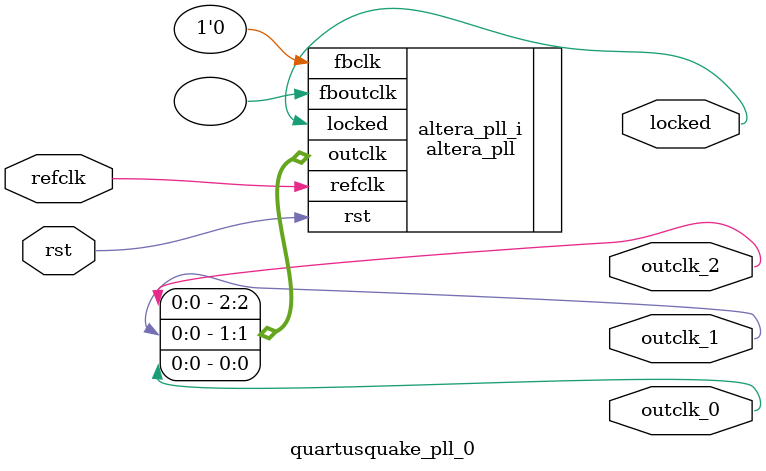
<source format=v>
`timescale 1ns/10ps
module  quartusquake_pll_0(

	// interface 'refclk'
	input wire refclk,

	// interface 'reset'
	input wire rst,

	// interface 'outclk0'
	output wire outclk_0,

	// interface 'outclk1'
	output wire outclk_1,

	// interface 'outclk2'
	output wire outclk_2,

	// interface 'locked'
	output wire locked
);

	altera_pll #(
		.fractional_vco_multiplier("false"),
		.reference_clock_frequency("50.0 MHz"),
		.operation_mode("normal"),
		.number_of_clocks(3),
		.output_clock_frequency0("50.000000 MHz"),
		.phase_shift0("0 ps"),
		.duty_cycle0(50),
		.output_clock_frequency1("100.000000 MHz"),
		.phase_shift1("0 ps"),
		.duty_cycle1(50),
		.output_clock_frequency2("100.000000 MHz"),
		.phase_shift2("-3750 ps"),
		.duty_cycle2(50),
		.output_clock_frequency3("0 MHz"),
		.phase_shift3("0 ps"),
		.duty_cycle3(50),
		.output_clock_frequency4("0 MHz"),
		.phase_shift4("0 ps"),
		.duty_cycle4(50),
		.output_clock_frequency5("0 MHz"),
		.phase_shift5("0 ps"),
		.duty_cycle5(50),
		.output_clock_frequency6("0 MHz"),
		.phase_shift6("0 ps"),
		.duty_cycle6(50),
		.output_clock_frequency7("0 MHz"),
		.phase_shift7("0 ps"),
		.duty_cycle7(50),
		.output_clock_frequency8("0 MHz"),
		.phase_shift8("0 ps"),
		.duty_cycle8(50),
		.output_clock_frequency9("0 MHz"),
		.phase_shift9("0 ps"),
		.duty_cycle9(50),
		.output_clock_frequency10("0 MHz"),
		.phase_shift10("0 ps"),
		.duty_cycle10(50),
		.output_clock_frequency11("0 MHz"),
		.phase_shift11("0 ps"),
		.duty_cycle11(50),
		.output_clock_frequency12("0 MHz"),
		.phase_shift12("0 ps"),
		.duty_cycle12(50),
		.output_clock_frequency13("0 MHz"),
		.phase_shift13("0 ps"),
		.duty_cycle13(50),
		.output_clock_frequency14("0 MHz"),
		.phase_shift14("0 ps"),
		.duty_cycle14(50),
		.output_clock_frequency15("0 MHz"),
		.phase_shift15("0 ps"),
		.duty_cycle15(50),
		.output_clock_frequency16("0 MHz"),
		.phase_shift16("0 ps"),
		.duty_cycle16(50),
		.output_clock_frequency17("0 MHz"),
		.phase_shift17("0 ps"),
		.duty_cycle17(50),
		.pll_type("General"),
		.pll_subtype("General")
	) altera_pll_i (
		.rst	(rst),
		.outclk	({outclk_2, outclk_1, outclk_0}),
		.locked	(locked),
		.fboutclk	( ),
		.fbclk	(1'b0),
		.refclk	(refclk)
	);
endmodule


</source>
